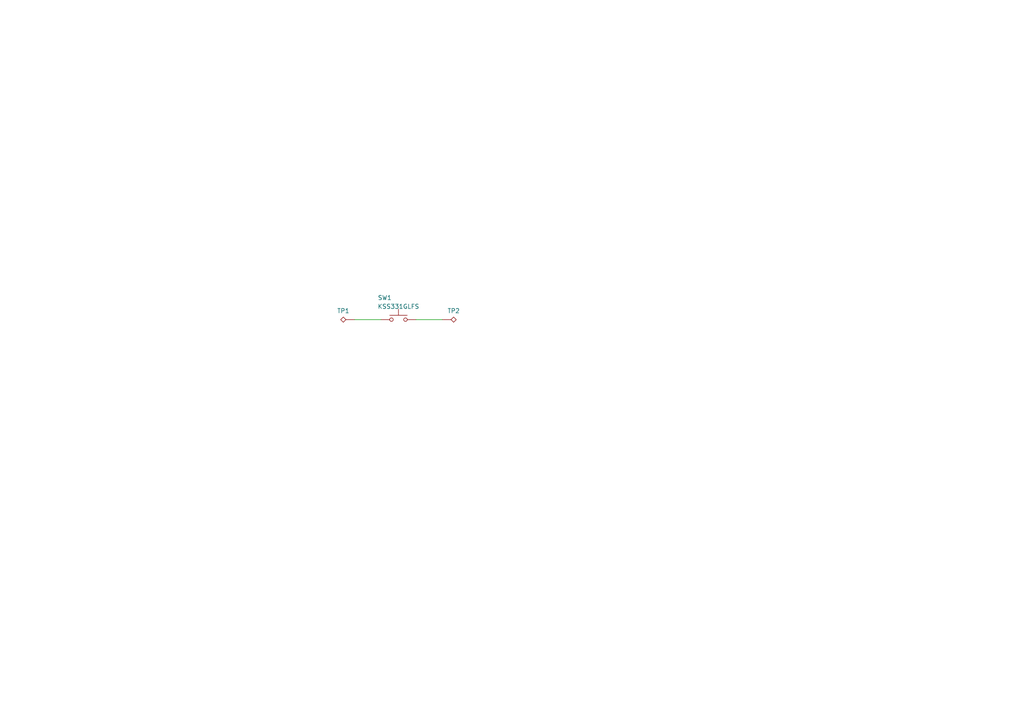
<source format=kicad_sch>
(kicad_sch (version 20230121) (generator eeschema)
  (paper "A4")
  (lib_symbols
    (symbol "Connector:TestPoint_Alt" (pin_numbers hide) (pin_names (offset 0.762) hide)
      (property "Reference" "TP" (at 0 6.858 0))
      (property "Value" "TestPoint_Alt" (at 0 5.08 0))
      (symbol "TestPoint_Alt_0_1"
        (polyline (pts (xy 0 2.54) (xy -0.762 3.302) (xy 0 4.064) (xy 0.762 3.302) (xy 0 2.54)))
      )
      (symbol "TestPoint_Alt_1_1"
        (pin passive line (at 0 0 90) (length 2.54) (name "1") (number "1"))
      )
    )
    (symbol "Switch:SW_Push" (pin_numbers hide) (pin_names (offset 1.016) hide)
      (property "Reference" "SW" (at 1.27 2.54 0))
      (property "Value" "SW_Push" (at 0 -1.524 0))
      (symbol "SW_Push_0_1"
        (circle (center -2.032 0) (radius 0.508))
        (polyline (pts (xy 0 1.27) (xy 0 3.048)))
        (polyline (pts (xy 2.54 1.27) (xy -2.54 1.27)))
        (circle (center 2.032 0) (radius 0.508))
        (pin passive line (at -5.08 0 0) (length 2.54) (name "1") (number "1"))
        (pin passive line (at 5.08 0 180) (length 2.54) (name "2") (number "2"))
      )
    )
  )
  (wire (pts (xy 128.27 92.71) (xy 120.65 92.71)))
  (wire (pts (xy 102.87 92.71) (xy 110.49 92.71)))
  (symbol (lib_id "Connector:TestPoint_Alt") (at 128.27 92.71 270) (mirror x) (unit 1)
    (property "Reference" "TP2" (at 131.572 90.17 90))
    (property "Value" "TestPoint_Alt" (effects hide))
    (property "Footprint" "TestPoint:TestPoint_Pad_4.0x4.0mm" (effects hide))
  )
  (symbol (lib_id "Switch:SW_Push") (at 115.57 92.71 0) (unit 1)
    (property "Reference" "SW1" (at 109.5417 86.36 0) (effects (justify left)))
    (property "Value" "KSS331GLFS" (at 115.57 88.9 0))
    (property "Footprint" "vhrd_electromechanical:SW_KSS3" (effects hide))
  )
  (symbol (lib_id "Connector:TestPoint_Alt") (at 102.87 92.71 90) (unit 1)
    (property "Reference" "TP1" (at 99.568 90.17 90))
    (property "Value" "TestPoint_Alt" (effects hide))
    (property "Footprint" "TestPoint:TestPoint_Pad_4.0x4.0mm" (effects hide))
  )
)
</source>
